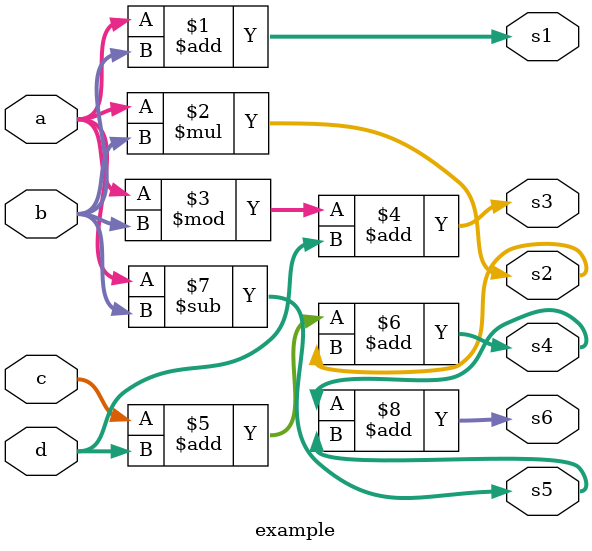
<source format=v>
module example
#(  parameter       BW = 8)
(
    input [BW-1:0] a,
    input [BW-1:0] b,
    input [BW-1:0] c,
    input [BW-1:0] d,
    output [BW-1:0] s1,
    output [BW-1:0] s2,
    output [BW-1:0] s3,
    output [BW-1:0] s4,
    output [BW-1:0] s5,
    output [BW-1:0] s6
);

    assign s1 = a + b;
    assign s2 = a * b;
    assign s3 = a % b + d;
    assign s4 = c + d + s2;
    assign s5 = a - b;
    assign s6 = s4 + s5;
endmodule

</source>
